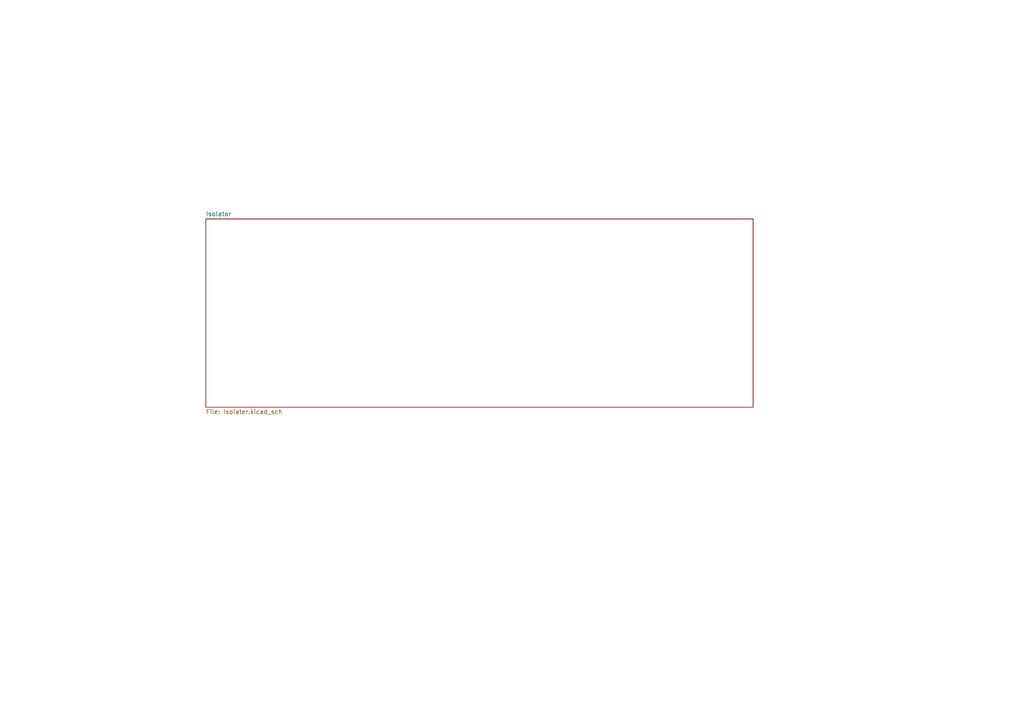
<source format=kicad_sch>
(kicad_sch
	(version 20250114)
	(generator "eeschema")
	(generator_version "9.0")
	(uuid "b8571e6a-e18a-40b9-808f-3f086437be1b")
	(paper "A4")
	(lib_symbols)
	(sheet
		(at 59.69 63.5)
		(size 158.75 54.61)
		(exclude_from_sim no)
		(in_bom yes)
		(on_board yes)
		(dnp no)
		(fields_autoplaced yes)
		(stroke
			(width 0.1524)
			(type solid)
		)
		(fill
			(color 0 0 0 0.0000)
		)
		(uuid "61ef8a08-b3c1-45d1-bd6c-3b0bcf3dcd0a")
		(property "Sheetname" "Isolator"
			(at 59.69 62.7884 0)
			(effects
				(font
					(size 1.27 1.27)
				)
				(justify left bottom)
			)
		)
		(property "Sheetfile" "Isolater.kicad_sch"
			(at 59.69 118.6946 0)
			(effects
				(font
					(size 1.27 1.27)
				)
				(justify left top)
			)
		)
		(instances
			(project "cell-tap-connector-pcb"
				(path "/b8571e6a-e18a-40b9-808f-3f086437be1b"
					(page "19")
				)
			)
		)
	)
	(sheet_instances
		(path "/"
			(page "1")
		)
	)
	(embedded_fonts no)
)

</source>
